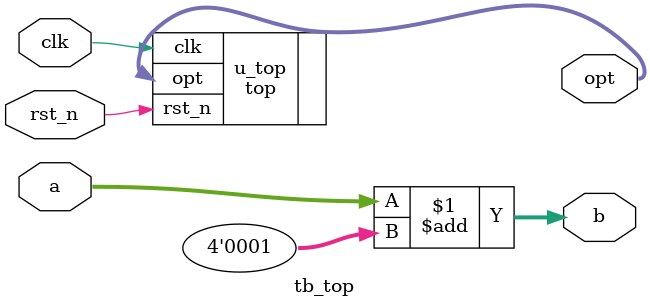
<source format=v>
module tb_top (
    input wire [3:0] a,
    output wire [3:0] b,
    output wire [31:0] opt,

    input wire clk,
    input wire rst_n
);
    assign b[3:0] = a+4'b1;
    initial begin
        $display("heell");
        // $finish;
    end
    
    top u_top(
        .clk   (clk   ),
        .rst_n (rst_n ),
        .opt (opt)
    );
    
    
endmodule

</source>
